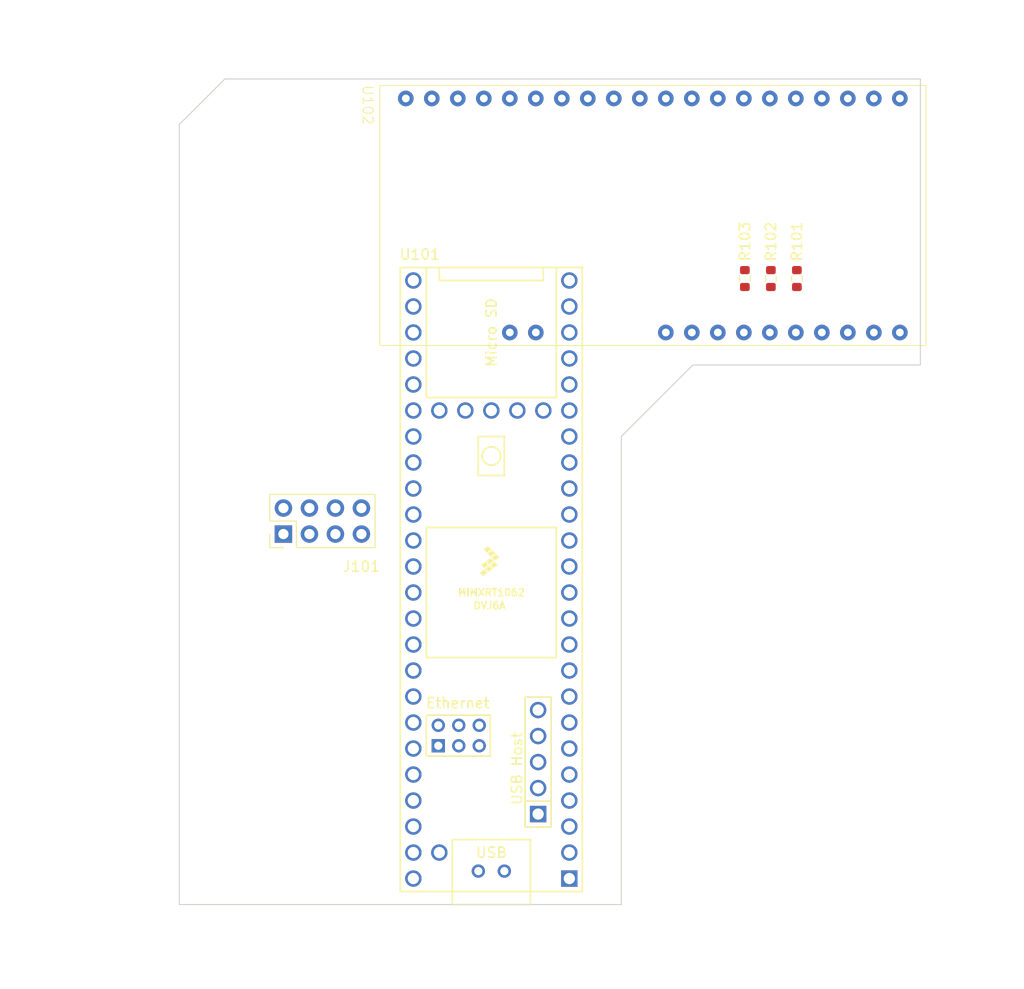
<source format=kicad_pcb>
(kicad_pcb (version 20221018) (generator pcbnew)
  (layers (0 "F.Cu" signal) (1 "In1.Cu" signal) (2 "In2.Cu" signal) (31 "B.Cu" signal) (34 "B.Paste" user) (35 "F.Paste" user) (36 "B.SilkS" user "B.Silkscreen") (37 "F.SilkS" user "F.Silkscreen") (38 "B.Mask" user) (39 "F.Mask" user) (44 "Edge.Cuts" user))
  (net 0 "")
  (net 1 "GND")
  (net 2 "+3V3")
  (net 3 "CE_RADIO")
  (net 4 "CS_RADIO")
  (net 5 "SCK")
  (net 6 "MOSI")
  (net 7 "MISO")
  (net 8 "INT_RADIO")
  (net 19 "CS_FPGA")
  (net 20 "FPGA_MOSI")
  (net 21 "FPGA_MISO")
  (net 25 "FPGA_PROG")
  (net 26 "FPGA_INIT")
  (net 27 "FPGA_DONE")
  (net 28 "CS_DOT")
  (net 31 "CS_KICK")
  (net 32 "RST_KICK")
  (net 33 "INT_IO")
  (net 39 "FPGA_SCK")
  (net 40 "ADDR_IMU")
  (net 41 "INT_IMU")
  (net 42 "SDA")
  (net 43 "SCL")
  (net 47 "+5V")
  (net 67 "INT_I2C")
  (footprint "Resistor_SMD:R_0603_1608Metric" (layer "F.Cu") (at 84.455 45.53 -90)
    (fp_text reference "R102" (at -3.62 0 90) (layer "F.SilkS"))
    (fp_text value "1" hide)
    (fp_line (start -0.237258 -0.5225) (end 0.237258 -0.5225) (stroke (width 0.12)) (layer "F.SilkS"))
    (fp_line (start -0.237258 0.5225) (end 0.237258 0.5225) (stroke (width 0.12)) (layer "F.SilkS"))
    (pad "1" smd roundrect (at -0.825 0 270) (size 0.8 0.95) (layers "F.Cu" "F.Paste" "F.Mask") (net 21 "FPGA_MISO"))
    (pad "2" smd roundrect (at 0.825 0 270) (size 0.8 0.95) (layers "F.Cu" "F.Paste" "F.Mask") (net 21 "FPGA_MISO"))
  )
  (footprint "Resistor_SMD:R_0603_1608Metric" (layer "F.Cu") (at 86.995 45.53 -90)
    (fp_text reference "R101" (at -3.62 0 90) (layer "F.SilkS"))
    (fp_text value "1" hide)
    (fp_line (start -0.237258 -0.5225) (end 0.237258 -0.5225) (stroke (width 0.12)) (layer "F.SilkS"))
    (fp_line (start -0.237258 0.5225) (end 0.237258 0.5225) (stroke (width 0.12)) (layer "F.SilkS"))
    (pad "1" smd roundrect (at -0.825 0 270) (size 0.8 0.95) (layers "F.Cu" "F.Paste" "F.Mask") (net 20 "FPGA_MOSI"))
    (pad "2" smd roundrect (at 0.825 0 270) (size 0.8 0.95) (layers "F.Cu" "F.Paste" "F.Mask") (net 20 "FPGA_MOSI"))
  )
  (footprint "lib:Teensy41" (layer "F.Cu") (at 57.15 74.93 90)
    (fp_text reference "U101" (at 31.75 -6.985 180) (layer "F.SilkS"))
    (fp_text value "Teensy4.1")
    (fp_text user "USB" (at -26.67 0) (layer "F.SilkS"))
    (fp_text user "Ethernet" (at -12.065 -3.2766) (layer "F.SilkS"))
    (fp_text user "USB Host" (at -18.4658 2.4892 90) (layer "F.SilkS"))
    (fp_text user "MIMXRT1062" (at -1.27 0) (layer "F.SilkS") (effects (font (size 0.7 0.7))))
    (fp_text user "DVJ6A" (at -2.54 -0.18) (layer "F.SilkS") (effects (font (size 0.7 0.7))))
    (fp_text user "Micro SD" (at 24.13 0 90) (layer "F.SilkS"))
    (fp_line (start -31.75 -3.81) (end -30.48 -3.81) (stroke (width 0.15)) (layer "F.SilkS"))
    (fp_line (start -31.75 3.81) (end -31.75 -3.81) (stroke (width 0.15)) (layer "F.SilkS"))
    (fp_line (start -30.48 -8.89) (end 30.48 -8.89) (stroke (width 0.15)) (layer "F.SilkS"))
    (fp_line (start -30.48 3.81) (end -31.75 3.81) (stroke (width 0.15)) (layer "F.SilkS"))
    (fp_line (start -30.48 8.89) (end -30.48 -8.89) (stroke (width 0.15)) (layer "F.SilkS"))
    (fp_line (start -25.4 -3.81) (end -30.48 -3.81) (stroke (width 0.15)) (layer "F.SilkS"))
    (fp_line (start -25.4 3.81) (end -30.48 3.81) (stroke (width 0.15)) (layer "F.SilkS"))
    (fp_line (start -25.4 3.81) (end -25.4 -3.81) (stroke (width 0.15)) (layer "F.SilkS"))
    (fp_line (start -24.1808 3.2992) (end -21.6408 3.2992) (stroke (width 0.15)) (layer "F.SilkS"))
    (fp_line (start -24.1808 3.2992) (end -11.4808 3.2992) (stroke (width 0.15)) (layer "F.SilkS"))
    (fp_line (start -24.1808 5.8392) (end -24.1808 3.2992) (stroke (width 0.15)) (layer "F.SilkS"))
    (fp_line (start -21.6408 3.2992) (end -21.6408 5.8392) (stroke (width 0.15)) (layer "F.SilkS"))
    (fp_line (start -17.25 -6.3516) (end -17.25 -6.1016) (stroke (width 0.15)) (layer "F.SilkS"))
    (fp_line (start -17.25 -6.1016) (end -17.25 -0.1016) (stroke (width 0.15)) (layer "F.SilkS"))
    (fp_line (start -17.25 -0.1016) (end -13.25 -0.1016) (stroke (width 0.15)) (layer "F.SilkS"))
    (fp_line (start -13.25 -6.3516) (end -17.25 -6.3516) (stroke (width 0.15)) (layer "F.SilkS"))
    (fp_line (start -13.25 -0.1016) (end -13.25 -6.3516) (stroke (width 0.15)) (layer "F.SilkS"))
    (fp_line (start -11.4808 3.2992) (end -11.4808 5.8392) (stroke (width 0.15)) (layer "F.SilkS"))
    (fp_line (start -11.4808 5.8392) (end -24.1808 5.8392) (stroke (width 0.15)) (layer "F.SilkS"))
    (fp_line (start -7.62 -6.35) (end -7.62 6.35) (stroke (width 0.15)) (layer "F.SilkS"))
    (fp_line (start -7.62 6.35) (end 5.08 6.35) (stroke (width 0.15)) (layer "F.SilkS"))
    (fp_line (start 5.08 -6.35) (end -7.62 -6.35) (stroke (width 0.15)) (layer "F.SilkS"))
    (fp_line (start 5.08 6.35) (end 5.08 -6.35) (stroke (width 0.15)) (layer "F.SilkS"))
    (fp_line (start 10.16 -1.27) (end 13.97 -1.27) (stroke (width 0.15)) (layer "F.SilkS"))
    (fp_line (start 10.16 1.27) (end 10.16 -1.27) (stroke (width 0.15)) (layer "F.SilkS"))
    (fp_line (start 13.97 -1.27) (end 13.97 1.27) (stroke (width 0.15)) (layer "F.SilkS"))
    (fp_line (start 13.97 1.27) (end 10.16 1.27) (stroke (width 0.15)) (layer "F.SilkS"))
    (fp_line (start 17.78 -6.35) (end 17.78 6.35) (stroke (width 0.15)) (layer "F.SilkS"))
    (fp_line (start 17.78 6.35) (end 30.48 6.35) (stroke (width 0.15)) (layer "F.SilkS"))
    (fp_line (start 29.21 -5.08) (end 29.21 5.08) (stroke (width 0.15)) (layer "F.SilkS"))
    (fp_line (start 29.21 5.08) (end 30.48 5.08) (stroke (width 0.15)) (layer "F.SilkS"))
    (fp_line (start 30.48 -8.89) (end 30.48 8.89) (stroke (width 0.15)) (layer "F.SilkS"))
    (fp_line (start 30.48 -6.35) (end 17.78 -6.35) (stroke (width 0.15)) (layer "F.SilkS"))
    (fp_line (start 30.48 -5.08) (end 29.21 -5.08) (stroke (width 0.15)) (layer "F.SilkS"))
    (fp_line (start 30.48 8.89) (end -30.48 8.89) (stroke (width 0.15)) (layer "F.SilkS"))
    (fp_circle (center 12.065 0) (end 12.7 -0.635) (stroke (width 0.15)) (fill none) (layer "F.SilkS"))
    (fp_poly (pts (xy 0.911 -0.688) (xy 0.657 -0.434) (xy 0.403 -0.815) (xy 0.657 -1.069)) (stroke (width 0.1)) (fill solid) (layer "F.SilkS"))
    (fp_poly (pts (xy 1.292 -0.18) (xy 1.038 0.074) (xy 0.784 -0.307) (xy 1.038 -0.561)) (stroke (width 0.1)) (fill solid) (layer "F.SilkS"))
    (fp_poly (pts (xy 1.673 -0.561) (xy 1.419 -0.307) (xy 1.165 -0.688) (xy 1.419 -0.942)) (stroke (width 0.1)) (fill solid) (layer "F.SilkS"))
    (fp_poly (pts (xy 1.673 0.328) (xy 1.419 0.582) (xy 1.165 0.201) (xy 1.419 -0.053)) (stroke (width 0.1)) (fill solid) (layer "F.SilkS"))
    (fp_poly (pts (xy 2.054 -0.053) (xy 1.8 0.201) (xy 1.546 -0.18) (xy 1.8 -0.434)) (stroke (width 0.1)) (fill solid) (layer "F.SilkS"))
    (fp_poly (pts (xy 2.435 0.455) (xy 2.181 0.709) (xy 1.927 0.328) (xy 2.181 0.074)) (stroke (width 0.1)) (fill solid) (layer "F.SilkS"))
    (fp_poly (pts (xy 2.816 0.074) (xy 2.562 0.328) (xy 2.308 -0.053) (xy 2.562 -0.307)) (stroke (width 0.1)) (fill solid) (layer "F.SilkS"))
    (fp_poly (pts (xy 3.197 -0.307) (xy 2.943 -0.053) (xy 2.689 -0.434) (xy 2.943 -0.688)) (stroke (width 0.1)) (fill solid) (layer "F.SilkS"))
    (pad "1" thru_hole rect (at -29.21 7.62 90) (size 1.6 1.6) (drill 1.1) (layers "*.Cu" "*.Mask") (net 1 "GND"))
    (pad "2" thru_hole circle (at -26.67 7.62 90) (size 1.6 1.6) (drill 1.1) (layers "*.Cu" "*.Mask"))
    (pad "3" thru_hole circle (at -24.13 7.62 90) (size 1.6 1.6) (drill 1.1) (layers "*.Cu" "*.Mask"))
    (pad "4" thru_hole circle (at -21.59 7.62 90) (size 1.6 1.6) (drill 1.1) (layers "*.Cu" "*.Mask"))
    (pad "5" thru_hole circle (at -19.05 7.62 90) (size 1.6 1.6) (drill 1.1) (layers "*.Cu" "*.Mask"))
    (pad "6" thru_hole circle (at -16.51 7.62 90) (size 1.6 1.6) (drill 1.1) (layers "*.Cu" "*.Mask"))
    (pad "7" thru_hole circle (at -13.97 7.62 90) (size 1.6 1.6) (drill 1.1) (layers "*.Cu" "*.Mask"))
    (pad "8" thru_hole circle (at -11.43 7.62 90) (size 1.6 1.6) (drill 1.1) (layers "*.Cu" "*.Mask"))
    (pad "9" thru_hole circle (at -8.89 7.62 90) (size 1.6 1.6) (drill 1.1) (layers "*.Cu" "*.Mask"))
    (pad "10" thru_hole circle (at -6.35 7.62 90) (size 1.6 1.6) (drill 1.1) (layers "*.Cu" "*.Mask"))
    (pad "11" thru_hole circle (at -3.81 7.62 90) (size 1.6 1.6) (drill 1.1) (layers "*.Cu" "*.Mask"))
    (pad "12" thru_hole circle (at -1.27 7.62 90) (size 1.6 1.6) (drill 1.1) (layers "*.Cu" "*.Mask") (net 19 "CS_FPGA"))
    (pad "13" thru_hole circle (at 1.27 7.62 90) (size 1.6 1.6) (drill 1.1) (layers "*.Cu" "*.Mask") (net 20 "FPGA_MOSI"))
    (pad "14" thru_hole circle (at 3.81 7.62 90) (size 1.6 1.6) (drill 1.1) (layers "*.Cu" "*.Mask") (net 21 "FPGA_MISO"))
    (pad "15" thru_hole circle (at 6.35 7.62 90) (size 1.6 1.6) (drill 1.1) (layers "*.Cu" "*.Mask"))
    (pad "16" thru_hole circle (at 8.89 7.62 90) (size 1.6 1.6) (drill 1.1) (layers "*.Cu" "*.Mask"))
    (pad "17" thru_hole circle (at 11.43 7.62 90) (size 1.6 1.6) (drill 1.1) (layers "*.Cu" "*.Mask"))
    (pad "18" thru_hole circle (at 13.97 7.62 90) (size 1.6 1.6) (drill 1.1) (layers "*.Cu" "*.Mask") (net 6 "MOSI"))
    (pad "19" thru_hole circle (at 16.51 7.62 90) (size 1.6 1.6) (drill 1.1) (layers "*.Cu" "*.Mask") (net 5 "SCK"))
    (pad "20" thru_hole circle (at 19.05 7.62 90) (size 1.6 1.6) (drill 1.1) (layers "*.Cu" "*.Mask") (net 25 "FPGA_PROG"))
    (pad "21" thru_hole circle (at 21.59 7.62 90) (size 1.6 1.6) (drill 1.1) (layers "*.Cu" "*.Mask") (net 26 "FPGA_INIT"))
    (pad "22" thru_hole circle (at 24.13 7.62 90) (size 1.6 1.6) (drill 1.1) (layers "*.Cu" "*.Mask") (net 27 "FPGA_DONE"))
    (pad "23" thru_hole circle (at 26.67 7.62 90) (size 1.6 1.6) (drill 1.1) (layers "*.Cu" "*.Mask") (net 28 "CS_DOT"))
    (pad "24" thru_hole circle (at 29.21 7.62 90) (size 1.6 1.6) (drill 1.1) (layers "*.Cu" "*.Mask"))
    (pad "25" thru_hole circle (at 29.21 -7.62 90) (size 1.6 1.6) (drill 1.1) (layers "*.Cu" "*.Mask"))
    (pad "26" thru_hole circle (at 26.67 -7.62 90) (size 1.6 1.6) (drill 1.1) (layers "*.Cu" "*.Mask") (net 31 "CS_KICK"))
    (pad "27" thru_hole circle (at 24.13 -7.62 90) (size 1.6 1.6) (drill 1.1) (layers "*.Cu" "*.Mask") (net 32 "RST_KICK"))
    (pad "28" thru_hole circle (at 21.59 -7.62 90) (size 1.6 1.6) (drill 1.1) (layers "*.Cu" "*.Mask") (net 33 "INT_IO"))
    (pad "29" thru_hole circle (at 19.05 -7.62 90) (size 1.6 1.6) (drill 1.1) (layers "*.Cu" "*.Mask"))
    (pad "30" thru_hole circle (at 16.51 -7.62 90) (size 1.6 1.6) (drill 1.1) (layers "*.Cu" "*.Mask"))
    (pad "31" thru_hole circle (at 13.97 -7.62 90) (size 1.6 1.6) (drill 1.1) (layers "*.Cu" "*.Mask") (net 7 "MISO"))
    (pad "32" thru_hole circle (at 11.43 -7.62 90) (size 1.6 1.6) (drill 1.1) (layers "*.Cu" "*.Mask"))
    (pad "33" thru_hole circle (at 8.89 -7.62 90) (size 1.6 1.6) (drill 1.1) (layers "*.Cu" "*.Mask"))
    (pad "34" thru_hole circle (at 6.35 -7.62 90) (size 1.6 1.6) (drill 1.1) (layers "*.Cu" "*.Mask"))
    (pad "35" thru_hole circle (at 3.81 -7.62 90) (size 1.6 1.6) (drill 1.1) (layers "*.Cu" "*.Mask") (net 39 "FPGA_SCK"))
    (pad "36" thru_hole circle (at 1.27 -7.62 90) (size 1.6 1.6) (drill 1.1) (layers "*.Cu" "*.Mask") (net 4 "CS_RADIO"))
    (pad "37" thru_hole circle (at -1.27 -7.62 90) (size 1.6 1.6) (drill 1.1) (layers "*.Cu" "*.Mask") (net 8 "INT_RADIO"))
    (pad "38" thru_hole circle (at -3.81 -7.62 90) (size 1.6 1.6) (drill 1.1) (layers "*.Cu" "*.Mask") (net 40 "ADDR_IMU"))
    (pad "39" thru_hole circle (at -6.35 -7.62 90) (size 1.6 1.6) (drill 1.1) (layers "*.Cu" "*.Mask") (net 41 "INT_IMU"))
    (pad "40" thru_hole circle (at -8.89 -7.62 90) (size 1.6 1.6) (drill 1.1) (layers "*.Cu" "*.Mask") (net 42 "SDA"))
    (pad "41" thru_hole circle (at -11.43 -7.62 90) (size 1.6 1.6) (drill 1.1) (layers "*.Cu" "*.Mask") (net 43 "SCL"))
    (pad "42" thru_hole circle (at -13.97 -7.62 90) (size 1.6 1.6) (drill 1.1) (layers "*.Cu" "*.Mask"))
    (pad "43" thru_hole circle (at -16.51 -7.62 90) (size 1.6 1.6) (drill 1.1) (layers "*.Cu" "*.Mask") (net 3 "CE_RADIO"))
    (pad "44" thru_hole circle (at -19.05 -7.62 90) (size 1.6 1.6) (drill 1.1) (layers "*.Cu" "*.Mask"))
    (pad "45" thru_hole circle (at -21.59 -7.62 90) (size 1.6 1.6) (drill 1.1) (layers "*.Cu" "*.Mask"))
    (pad "46" thru_hole circle (at -24.13 -7.62 90) (size 1.6 1.6) (drill 1.1) (layers "*.Cu" "*.Mask") (net 2 "+3V3"))
    (pad "47" thru_hole circle (at -26.67 -7.62 90) (size 1.6 1.6) (drill 1.1) (layers "*.Cu" "*.Mask") (net 1 "GND"))
    (pad "48" thru_hole circle (at -29.21 -7.62 90) (size 1.6 1.6) (drill 1.1) (layers "*.Cu" "*.Mask") (net 47 "+5V"))
    (pad "49" thru_hole circle (at -26.67 -5.08 90) (size 1.6 1.6) (drill 1.1) (layers "*.Cu" "*.Mask"))
    (pad "50" thru_hole circle (at 16.51 5.08 90) (size 1.6 1.6) (drill 1.1) (layers "*.Cu" "*.Mask"))
    (pad "51" thru_hole circle (at 16.51 2.54 90) (size 1.6 1.6) (drill 1.1) (layers "*.Cu" "*.Mask"))
    (pad "52" thru_hole circle (at 16.51 0 90) (size 1.6 1.6) (drill 1.1) (layers "*.Cu" "*.Mask"))
    (pad "53" thru_hole circle (at 16.51 -2.54 90) (size 1.6 1.6) (drill 1.1) (layers "*.Cu" "*.Mask"))
    (pad "54" thru_hole circle (at 16.51 -5.08 90) (size 1.6 1.6) (drill 1.1) (layers "*.Cu" "*.Mask"))
    (pad "55" thru_hole rect (at -22.9108 4.5692 90) (size 1.6 1.6) (drill 1.1) (layers "*.Cu" "*.Mask"))
    (pad "56" thru_hole circle (at -20.3708 4.5692 90) (size 1.6 1.6) (drill 1.1) (layers "*.Cu" "*.Mask"))
    (pad "57" thru_hole circle (at -17.8308 4.5692 90) (size 1.6 1.6) (drill 1.1) (layers "*.Cu" "*.Mask"))
    (pad "58" thru_hole circle (at -15.2908 4.5692 90) (size 1.6 1.6) (drill 1.1) (layers "*.Cu" "*.Mask"))
    (pad "59" thru_hole circle (at -12.7508 4.5692 90) (size 1.6 1.6) (drill 1.1) (layers "*.Cu" "*.Mask"))
    (pad "60" thru_hole rect (at -16.24 -5.1816 90) (size 1.3 1.3) (drill 0.8) (layers "*.Cu" "*.Mask"))
    (pad "61" thru_hole circle (at -16.24 -3.1816 90) (size 1.3 1.3) (drill 0.8) (layers "*.Cu" "*.Mask"))
    (pad "62" thru_hole circle (at -16.24 -1.1816 90) (size 1.3 1.3) (drill 0.8) (layers "*.Cu" "*.Mask"))
    (pad "63" thru_hole circle (at -14.24 -1.1816 90) (size 1.3 1.3) (drill 0.8) (layers "*.Cu" "*.Mask"))
    (pad "64" thru_hole circle (at -14.24 -3.1816 90) (size 1.3 1.3) (drill 0.8) (layers "*.Cu" "*.Mask"))
    (pad "65" thru_hole circle (at -14.24 -5.1816 90) (size 1.3 1.3) (drill 0.8) (layers "*.Cu" "*.Mask"))
    (pad "66" thru_hole circle (at -28.48 -1.27 90) (size 1.3 1.3) (drill 0.8) (layers "*.Cu" "*.Mask"))
    (pad "67" thru_hole circle (at -28.48 1.27 90) (size 1.3 1.3) (drill 0.8) (layers "*.Cu" "*.Mask"))
  )
  (footprint "lib:mTrain" (layer "F.Cu") (at 99.595 39.37 -90)
    (fp_text reference "U102" (at -10.795 54.51 -90 unlocked) (layer "F.SilkS") (effects (font (thickness 0.1))))
    (fp_text value "mTrain")
    (fp_rect (start -12.7 0) (end 12.7 53.34) (stroke (width 0.1)) (fill none) (layer "F.SilkS"))
    (pad "1" thru_hole circle (at -11.43 2.54 270) (size 1.524 1.524) (drill 0.762) (layers "*.Cu" "*.Mask") (net 1 "GND"))
    (pad "2" thru_hole circle (at -11.43 5.08 270) (size 1.524 1.524) (drill 0.762) (layers "*.Cu" "*.Mask") (net 47 "+5V"))
    (pad "3" thru_hole circle (at -11.43 7.62 270) (size 1.524 1.524) (drill 0.762) (layers "*.Cu" "*.Mask") (net 67 "INT_I2C"))
    (pad "4" thru_hole circle (at -11.43 10.16 270) (size 1.524 1.524) (drill 0.762) (layers "*.Cu" "*.Mask") (net 6 "MOSI"))
    (pad "5" thru_hole circle (at -11.43 12.7 270) (size 1.524 1.524) (drill 0.762) (layers "*.Cu" "*.Mask") (net 7 "MISO"))
    (pad "6" thru_hole circle (at -11.43 15.24 270) (size 1.524 1.524) (drill 0.762) (layers "*.Cu" "*.Mask") (net 5 "SCK"))
    (pad "7" thru_hole circle (at -11.43 17.78 270) (size 1.524 1.524) (drill 0.762) (layers "*.Cu" "*.Mask") (net 32 "RST_KICK"))
    (pad "8" thru_hole circle (at -11.43 20.32 270) (size 1.524 1.524) (drill 0.762) (layers "*.Cu" "*.Mask") (net 31 "CS_KICK"))
    (pad "9" thru_hole circle (at -11.43 22.86 270) (size 1.524 1.524) (drill 0.762) (layers "*.Cu" "*.Mask"))
    (pad "10" thru_hole circle (at -11.43 25.4 270) (size 1.524 1.524) (drill 0.762) (layers "*.Cu" "*.Mask"))
    (pad "11" thru_hole circle (at -11.43 27.94 270) (size 1.524 1.524) (drill 0.762) (layers "*.Cu" "*.Mask") (net 28 "CS_DOT"))
    (pad "12" thru_hole circle (at -11.43 30.48 270) (size 1.524 1.524) (drill 0.762) (layers "*.Cu" "*.Mask"))
    (pad "13" thru_hole circle (at -11.43 33.02 270) (size 1.524 1.524) (drill 0.762) (layers "*.Cu" "*.Mask") (net 25 "FPGA_PROG"))
    (pad "14" thru_hole circle (at -11.43 35.56 270) (size 1.524 1.524) (drill 0.762) (layers "*.Cu" "*.Mask") (net 26 "FPGA_INIT"))
    (pad "15" thru_hole circle (at -11.43 38.1 270) (size 1.524 1.524) (drill 0.762) (layers "*.Cu" "*.Mask") (net 27 "FPGA_DONE"))
    (pad "16" thru_hole circle (at -11.43 40.64 270) (size 1.524 1.524) (drill 0.762) (layers "*.Cu" "*.Mask"))
    (pad "17" thru_hole circle (at -11.43 43.18 270) (size 1.524 1.524) (drill 0.762) (layers "*.Cu" "*.Mask"))
    (pad "18" thru_hole circle (at -11.43 45.72 270) (size 1.524 1.524) (drill 0.762) (layers "*.Cu" "*.Mask"))
    (pad "19" thru_hole circle (at -11.43 48.26 270) (size 1.524 1.524) (drill 0.762) (layers "*.Cu" "*.Mask"))
    (pad "20" thru_hole circle (at -11.43 50.8 270) (size 1.524 1.524) (drill 0.762) (layers "*.Cu" "*.Mask") (net 33 "INT_IO"))
    (pad "25" thru_hole circle (at 11.43 40.64 270) (size 1.524 1.524) (drill 0.762) (layers "*.Cu" "*.Mask") (net 43 "SCL"))
    (pad "26" thru_hole circle (at 11.43 38.1 270) (size 1.524 1.524) (drill 0.762) (layers "*.Cu" "*.Mask") (net 42 "SDA"))
    (pad "31" thru_hole circle (at 11.43 25.4 270) (size 1.524 1.524) (drill 0.762) (layers "*.Cu" "*.Mask") (net 19 "CS_FPGA"))
    (pad "32" thru_hole circle (at 11.43 22.86 270) (size 1.524 1.524) (drill 0.762) (layers "*.Cu" "*.Mask"))
    (pad "33" thru_hole circle (at 11.43 20.32 270) (size 1.524 1.524) (drill 0.762) (layers "*.Cu" "*.Mask"))
    (pad "34" thru_hole circle (at 11.43 17.78 270) (size 1.524 1.524) (drill 0.762) (layers "*.Cu" "*.Mask") (net 39 "FPGA_SCK"))
    (pad "35" thru_hole circle (at 11.43 15.24 270) (size 1.524 1.524) (drill 0.762) (layers "*.Cu" "*.Mask") (net 21 "FPGA_MISO"))
    (pad "36" thru_hole circle (at 11.43 12.7 270) (size 1.524 1.524) (drill 0.762) (layers "*.Cu" "*.Mask") (net 20 "FPGA_MOSI"))
    (pad "37" thru_hole circle (at 11.43 10.16 270) (size 1.524 1.524) (drill 0.762) (layers "*.Cu" "*.Mask"))
    (pad "38" thru_hole circle (at 11.43 7.62 270) (size 1.524 1.524) (drill 0.762) (layers "*.Cu" "*.Mask"))
    (pad "39" thru_hole circle (at 11.43 5.08 270) (size 1.524 1.524) (drill 0.762) (layers "*.Cu" "*.Mask"))
    (pad "40" thru_hole circle (at 11.43 2.54 270) (size 1.524 1.524) (drill 0.762) (layers "*.Cu" "*.Mask") (net 2 "+3V3"))
  )
  (footprint "Resistor_SMD:R_0603_1608Metric" (layer "F.Cu") (at 81.915 45.53 -90)
    (fp_text reference "R103" (at -3.62 0 90) (layer "F.SilkS"))
    (fp_text value "1" hide)
    (fp_line (start -0.237258 -0.5225) (end 0.237258 -0.5225) (stroke (width 0.12)) (layer "F.SilkS"))
    (fp_line (start -0.237258 0.5225) (end 0.237258 0.5225) (stroke (width 0.12)) (layer "F.SilkS"))
    (pad "1" smd roundrect (at -0.825 0 270) (size 0.8 0.95) (layers "F.Cu" "F.Paste" "F.Mask") (net 39 "FPGA_SCK"))
    (pad "2" smd roundrect (at 0.825 0 270) (size 0.8 0.95) (layers "F.Cu" "F.Paste" "F.Mask") (net 39 "FPGA_SCK"))
  )
  (footprint "Connector_PinHeader_2.54mm:PinHeader_2x04_P2.54mm_Vertical" (layer "F.Cu") (at 36.84 70.49 90)
    (fp_text reference "J101" (at -3.175 7.62) (layer "F.SilkS"))
    (fp_text value "Conn_02x04_Odd_Even" hide)
    (fp_line (start -1.33 -1.33) (end 0 -1.33) (stroke (width 0.12)) (layer "F.SilkS"))
    (fp_line (start -1.33 0) (end -1.33 -1.33) (stroke (width 0.12)) (layer "F.SilkS"))
    (fp_line (start -1.33 1.27) (end -1.33 8.95) (stroke (width 0.12)) (layer "F.SilkS"))
    (fp_line (start -1.33 1.27) (end 1.27 1.27) (stroke (width 0.12)) (layer "F.SilkS"))
    (fp_line (start -1.33 8.95) (end 3.87 8.95) (stroke (width 0.12)) (layer "F.SilkS"))
    (fp_line (start 1.27 -1.33) (end 3.87 -1.33) (stroke (width 0.12)) (layer "F.SilkS"))
    (fp_line (start 1.27 1.27) (end 1.27 -1.33) (stroke (width 0.12)) (layer "F.SilkS"))
    (fp_line (start 3.87 -1.33) (end 3.87 8.95) (stroke (width 0.12)) (layer "F.SilkS"))
    (pad "1" thru_hole rect (at 0 0 90) (size 1.7 1.7) (drill 1) (layers "*.Cu" "*.Mask") (net 1 "GND"))
    (pad "2" thru_hole oval (at 2.54 0 90) (size 1.7 1.7) (drill 1) (layers "*.Cu" "*.Mask") (net 2 "+3V3"))
    (pad "3" thru_hole oval (at 0 2.54 90) (size 1.7 1.7) (drill 1) (layers "*.Cu" "*.Mask") (net 3 "CE_RADIO"))
    (pad "4" thru_hole oval (at 2.54 2.54 90) (size 1.7 1.7) (drill 1) (layers "*.Cu" "*.Mask") (net 4 "CS_RADIO"))
    (pad "5" thru_hole oval (at 0 5.08 90) (size 1.7 1.7) (drill 1) (layers "*.Cu" "*.Mask") (net 5 "SCK"))
    (pad "6" thru_hole oval (at 2.54 5.08 90) (size 1.7 1.7) (drill 1) (layers "*.Cu" "*.Mask") (net 6 "MOSI"))
    (pad "7" thru_hole oval (at 0 7.62 90) (size 1.7 1.7) (drill 1) (layers "*.Cu" "*.Mask") (net 7 "MISO"))
    (pad "8" thru_hole oval (at 2.54 7.62 90) (size 1.7 1.7) (drill 1) (layers "*.Cu" "*.Mask") (net 8 "INT_RADIO"))
  )
  (gr_line (start 99.06 53.975) (end 76.835 53.975) (stroke (width 0.1)) (layer "Edge.Cuts"))
  (gr_line (start 69.85 60.96) (end 76.835 53.975) (stroke (width 0.1)) (layer "Edge.Cuts"))
  (gr_line (start 33.02 26.035) (end 99.06 26.035) (stroke (width 0.1)) (layer "Edge.Cuts"))
  (gr_line (start 69.85 106.68) (end 69.85 60.96) (stroke (width 0.1)) (layer "Edge.Cuts"))
  (gr_line (start 26.67 30.48) (end 31.115 26.035) (stroke (width 0.1)) (layer "Edge.Cuts"))
  (gr_line (start 31.115 26.035) (end 33.02 26.035) (stroke (width 0.1)) (layer "Edge.Cuts"))
  (gr_line (start 26.67 106.68) (end 69.85 106.68) (stroke (width 0.1)) (layer "Edge.Cuts"))
  (gr_line (start 26.67 106.68) (end 26.67 30.48) (stroke (width 0.1)) (layer "Edge.Cuts"))
  (gr_line (start 99.06 26.035) (end 99.06 53.975) (stroke (width 0.1)) (layer "Edge.Cuts"))
)
</source>
